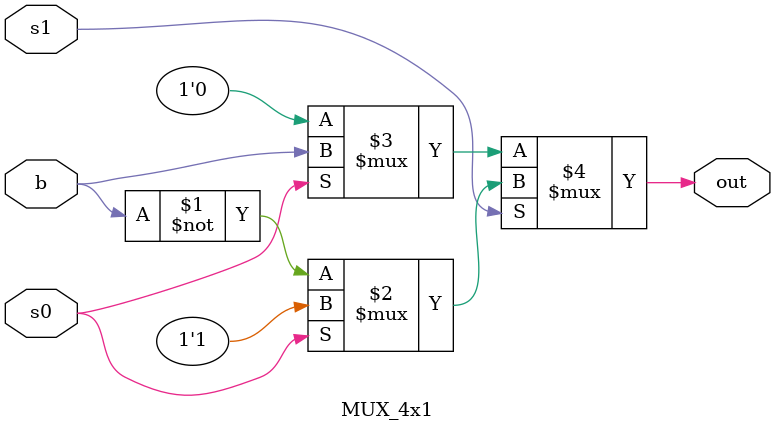
<source format=v>
module MUX_4x1(b, s0, s1, out);

	input  b;
    input  s0, s1;
	output out;

	assign out = s1 ? (s0 ? 1'b1 : ~b) : (s0 ? b : 1'b0);

endmodule
</source>
